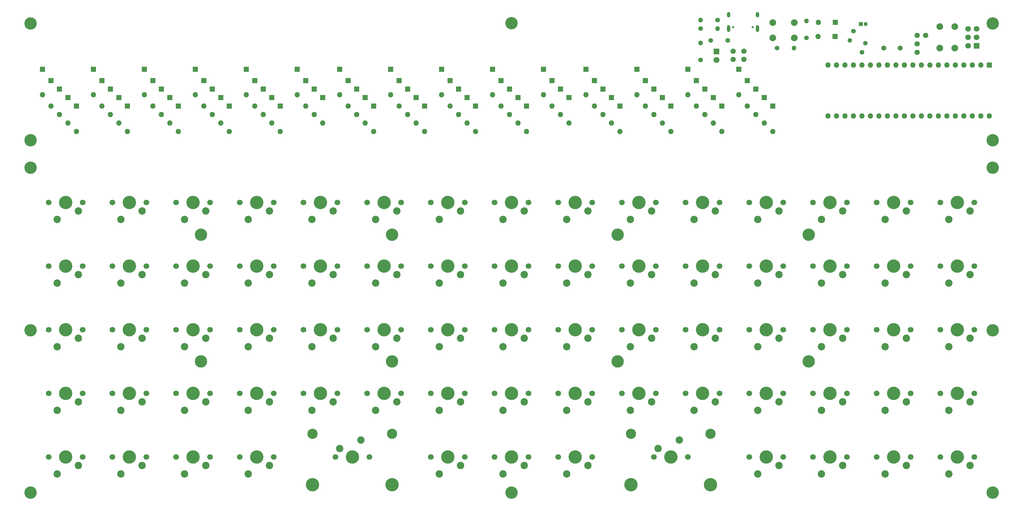
<source format=gbr>
G04 #@! TF.GenerationSoftware,KiCad,Pcbnew,(5.1.6)-1*
G04 #@! TF.CreationDate,2021-02-01T10:29:45-05:00*
G04 #@! TF.ProjectId,keyboard,6b657962-6f61-4726-942e-6b696361645f,rev?*
G04 #@! TF.SameCoordinates,Original*
G04 #@! TF.FileFunction,Soldermask,Bot*
G04 #@! TF.FilePolarity,Negative*
%FSLAX46Y46*%
G04 Gerber Fmt 4.6, Leading zero omitted, Abs format (unit mm)*
G04 Created by KiCad (PCBNEW (5.1.6)-1) date 2021-02-01 10:29:45*
%MOMM*%
%LPD*%
G01*
G04 APERTURE LIST*
%ADD10C,1.700000*%
%ADD11R,1.700000X1.700000*%
%ADD12C,2.000000*%
%ADD13C,3.700000*%
%ADD14C,0.650000*%
%ADD15O,1.000000X1.600000*%
%ADD16O,1.000000X2.100000*%
%ADD17C,4.000000*%
%ADD18C,2.200000*%
%ADD19C,3.050000*%
%ADD20C,1.600000*%
%ADD21R,1.600000X1.600000*%
%ADD22O,1.600000X1.600000*%
%ADD23C,1.400000*%
%ADD24O,1.400000X1.400000*%
%ADD25C,1.500000*%
%ADD26C,1.200000*%
%ADD27R,1.200000X1.200000*%
%ADD28R,1.800000X1.800000*%
%ADD29C,1.800000*%
G04 APERTURE END LIST*
D10*
X302265700Y-25925200D03*
X304805700Y-25925200D03*
X302265700Y-28465200D03*
X304805700Y-28465200D03*
X302265700Y-31005200D03*
D11*
X304805700Y-31005200D03*
D12*
X293835700Y-25265200D03*
X298335700Y-25265200D03*
X293835700Y-31765200D03*
X298335700Y-31765200D03*
D13*
X254634999Y-125565200D03*
X254634999Y-87565200D03*
X72834999Y-125565200D03*
X72834999Y-87570000D03*
X197484999Y-125570000D03*
X197484999Y-87570000D03*
X129984999Y-125565200D03*
X129984999Y-87570000D03*
X165734999Y-164820000D03*
X165735000Y-24315200D03*
X309610000Y-116197600D03*
X21860000Y-116192600D03*
D14*
X237825700Y-25420200D03*
X232045700Y-25420200D03*
D15*
X230615700Y-21740200D03*
X239255700Y-21740200D03*
D16*
X230615700Y-25920200D03*
X239255700Y-25920200D03*
D13*
X309610000Y-67565200D03*
X21860000Y-67565200D03*
X21860000Y-59320000D03*
X309610000Y-59330000D03*
X309610000Y-24330000D03*
X309610000Y-164830000D03*
X21860000Y-164820000D03*
X21860000Y-24320000D03*
D10*
X141605000Y-77978000D03*
X151765000Y-77978000D03*
D17*
X146685000Y-77978000D03*
D18*
X150495000Y-80518000D03*
X144145000Y-83058000D03*
D10*
X198755000Y-97028000D03*
X208915000Y-97028000D03*
D17*
X203835000Y-97028000D03*
D18*
X207645000Y-99568000D03*
X201295000Y-102108000D03*
X163195000Y-83058000D03*
X169545000Y-80518000D03*
D17*
X165735000Y-77978000D03*
D10*
X170815000Y-77978000D03*
X160655000Y-77978000D03*
D18*
X67945000Y-140208000D03*
X74295000Y-137668000D03*
D17*
X70485000Y-135128000D03*
D10*
X75565000Y-135128000D03*
X65405000Y-135128000D03*
X46355000Y-135128000D03*
X56515000Y-135128000D03*
D17*
X51435000Y-135128000D03*
D18*
X55245000Y-137668000D03*
X48895000Y-140208000D03*
X67945000Y-102108000D03*
X74295000Y-99568000D03*
D17*
X70485000Y-97028000D03*
D10*
X75565000Y-97028000D03*
X65405000Y-97028000D03*
D18*
X48895000Y-159258000D03*
X55245000Y-156718000D03*
D17*
X51435000Y-154178000D03*
D10*
X56515000Y-154178000D03*
X46355000Y-154178000D03*
D18*
X106045000Y-140208000D03*
X112395000Y-137668000D03*
D17*
X108585000Y-135128000D03*
D10*
X113665000Y-135128000D03*
X103505000Y-135128000D03*
X255905000Y-116078000D03*
X266065000Y-116078000D03*
D17*
X260985000Y-116078000D03*
D18*
X264795000Y-118618000D03*
X258445000Y-121158000D03*
X220345000Y-140208000D03*
X226695000Y-137668000D03*
D17*
X222885000Y-135128000D03*
D10*
X227965000Y-135128000D03*
X217805000Y-135128000D03*
D18*
X182245000Y-102108000D03*
X188595000Y-99568000D03*
D17*
X184785000Y-97028000D03*
D10*
X189865000Y-97028000D03*
X179705000Y-97028000D03*
X217805000Y-116078000D03*
X227965000Y-116078000D03*
D17*
X222885000Y-116078000D03*
D18*
X226695000Y-118618000D03*
X220345000Y-121158000D03*
X239395000Y-121158000D03*
X245745000Y-118618000D03*
D17*
X241935000Y-116078000D03*
D10*
X247015000Y-116078000D03*
X236855000Y-116078000D03*
X198755000Y-135128000D03*
X208915000Y-135128000D03*
D17*
X203835000Y-135128000D03*
D18*
X207645000Y-137668000D03*
X201295000Y-140208000D03*
D10*
X255905000Y-97028000D03*
X266065000Y-97028000D03*
D17*
X260985000Y-97028000D03*
D18*
X264795000Y-99568000D03*
X258445000Y-102108000D03*
X277495000Y-102108000D03*
X283845000Y-99568000D03*
D17*
X280035000Y-97028000D03*
D10*
X285115000Y-97028000D03*
X274955000Y-97028000D03*
X179705000Y-135128000D03*
X189865000Y-135128000D03*
D17*
X184785000Y-135128000D03*
D18*
X188595000Y-137668000D03*
X182245000Y-140208000D03*
D10*
X179705000Y-116078000D03*
X189865000Y-116078000D03*
D17*
X184785000Y-116078000D03*
D18*
X188595000Y-118618000D03*
X182245000Y-121158000D03*
D10*
X46355000Y-97028000D03*
X56515000Y-97028000D03*
D17*
X51435000Y-97028000D03*
D18*
X55245000Y-99568000D03*
X48895000Y-102108000D03*
X106045000Y-102108000D03*
X112395000Y-99568000D03*
D17*
X108585000Y-97028000D03*
D10*
X113665000Y-97028000D03*
X103505000Y-97028000D03*
D18*
X67945000Y-121158000D03*
X74295000Y-118618000D03*
D17*
X70485000Y-116078000D03*
D10*
X75565000Y-116078000D03*
X65405000Y-116078000D03*
D18*
X277495000Y-121158000D03*
X283845000Y-118618000D03*
D17*
X280035000Y-116078000D03*
D10*
X285115000Y-116078000D03*
X274955000Y-116078000D03*
X255905000Y-154178000D03*
X266065000Y-154178000D03*
D17*
X260985000Y-154178000D03*
D18*
X264795000Y-156718000D03*
X258445000Y-159258000D03*
X296545000Y-121158000D03*
X302895000Y-118618000D03*
D17*
X299085000Y-116078000D03*
D10*
X304165000Y-116078000D03*
X294005000Y-116078000D03*
X294005000Y-154178000D03*
X304165000Y-154178000D03*
D17*
X299085000Y-154178000D03*
D18*
X302895000Y-156718000D03*
X296545000Y-159258000D03*
D10*
X294005000Y-97028000D03*
X304165000Y-97028000D03*
D17*
X299085000Y-97028000D03*
D18*
X302895000Y-99568000D03*
X296545000Y-102108000D03*
X296545000Y-140208000D03*
X302895000Y-137668000D03*
D17*
X299085000Y-135128000D03*
D10*
X304165000Y-135128000D03*
X294005000Y-135128000D03*
D18*
X277495000Y-159258000D03*
X283845000Y-156718000D03*
D17*
X280035000Y-154178000D03*
D10*
X285115000Y-154178000D03*
X274955000Y-154178000D03*
D18*
X29845000Y-140208000D03*
X36195000Y-137668000D03*
D17*
X32385000Y-135128000D03*
D10*
X37465000Y-135128000D03*
X27305000Y-135128000D03*
X274955000Y-135128000D03*
X285115000Y-135128000D03*
D17*
X280035000Y-135128000D03*
D18*
X283845000Y-137668000D03*
X277495000Y-140208000D03*
D19*
X225260000Y-147180000D03*
X201460000Y-147180000D03*
D17*
X201460000Y-162420000D03*
X225260000Y-162420000D03*
D10*
X218440000Y-154180000D03*
X208280000Y-154180000D03*
D17*
X213360000Y-154180000D03*
D18*
X209550000Y-151640000D03*
X215900000Y-149100000D03*
X29845000Y-102108000D03*
X36195000Y-99568000D03*
D17*
X32385000Y-97028000D03*
D10*
X37465000Y-97028000D03*
X27305000Y-97028000D03*
D18*
X120650000Y-149100000D03*
X114300000Y-151640000D03*
D17*
X118110000Y-154180000D03*
D10*
X113030000Y-154180000D03*
X123190000Y-154180000D03*
D17*
X130010000Y-162420000D03*
X106210000Y-162420000D03*
D19*
X106210000Y-147180000D03*
X130010000Y-147180000D03*
D10*
X217805000Y-97028000D03*
X227965000Y-97028000D03*
D17*
X222885000Y-97028000D03*
D18*
X226695000Y-99568000D03*
X220345000Y-102108000D03*
D10*
X122555000Y-97028000D03*
X132715000Y-97028000D03*
D17*
X127635000Y-97028000D03*
D18*
X131445000Y-99568000D03*
X125095000Y-102108000D03*
X29845000Y-83058000D03*
X36195000Y-80518000D03*
D17*
X32385000Y-77978000D03*
D10*
X37465000Y-77978000D03*
X27305000Y-77978000D03*
X122555000Y-116078000D03*
X132715000Y-116078000D03*
D17*
X127635000Y-116078000D03*
D18*
X131445000Y-118618000D03*
X125095000Y-121158000D03*
D10*
X103505000Y-116078000D03*
X113665000Y-116078000D03*
D17*
X108585000Y-116078000D03*
D18*
X112395000Y-118618000D03*
X106045000Y-121158000D03*
X86995000Y-159258000D03*
X93345000Y-156718000D03*
D17*
X89535000Y-154178000D03*
D10*
X94615000Y-154178000D03*
X84455000Y-154178000D03*
D18*
X144145000Y-140208000D03*
X150495000Y-137668000D03*
D17*
X146685000Y-135128000D03*
D10*
X151765000Y-135128000D03*
X141605000Y-135128000D03*
X179705000Y-77978000D03*
X189865000Y-77978000D03*
D17*
X184785000Y-77978000D03*
D18*
X188595000Y-80518000D03*
X182245000Y-83058000D03*
X239395000Y-159258000D03*
X245745000Y-156718000D03*
D17*
X241935000Y-154178000D03*
D10*
X247015000Y-154178000D03*
X236855000Y-154178000D03*
D18*
X201295000Y-121158000D03*
X207645000Y-118618000D03*
D17*
X203835000Y-116078000D03*
D10*
X208915000Y-116078000D03*
X198755000Y-116078000D03*
X141605000Y-116078000D03*
X151765000Y-116078000D03*
D17*
X146685000Y-116078000D03*
D18*
X150495000Y-118618000D03*
X144145000Y-121158000D03*
X239395000Y-102108000D03*
X245745000Y-99568000D03*
D17*
X241935000Y-97028000D03*
D10*
X247015000Y-97028000D03*
X236855000Y-97028000D03*
X46355000Y-116078000D03*
X56515000Y-116078000D03*
D17*
X51435000Y-116078000D03*
D18*
X55245000Y-118618000D03*
X48895000Y-121158000D03*
X67945000Y-159258000D03*
X74295000Y-156718000D03*
D17*
X70485000Y-154178000D03*
D10*
X75565000Y-154178000D03*
X65405000Y-154178000D03*
X294005000Y-77978000D03*
X304165000Y-77978000D03*
D17*
X299085000Y-77978000D03*
D18*
X302895000Y-80518000D03*
X296545000Y-83058000D03*
D10*
X160655000Y-97028000D03*
X170815000Y-97028000D03*
D17*
X165735000Y-97028000D03*
D18*
X169545000Y-99568000D03*
X163195000Y-102108000D03*
D10*
X84455000Y-135128000D03*
X94615000Y-135128000D03*
D17*
X89535000Y-135128000D03*
D18*
X93345000Y-137668000D03*
X86995000Y-140208000D03*
X48895000Y-83058000D03*
X55245000Y-80518000D03*
D17*
X51435000Y-77978000D03*
D10*
X56515000Y-77978000D03*
X46355000Y-77978000D03*
D18*
X125095000Y-83058000D03*
X131445000Y-80518000D03*
D17*
X127635000Y-77978000D03*
D10*
X132715000Y-77978000D03*
X122555000Y-77978000D03*
X255905000Y-77978000D03*
X266065000Y-77978000D03*
D17*
X260985000Y-77978000D03*
D18*
X264795000Y-80518000D03*
X258445000Y-83058000D03*
X163195000Y-159258000D03*
X169545000Y-156718000D03*
D17*
X165735000Y-154178000D03*
D10*
X170815000Y-154178000D03*
X160655000Y-154178000D03*
X160655000Y-135128000D03*
X170815000Y-135128000D03*
D17*
X165735000Y-135128000D03*
D18*
X169545000Y-137668000D03*
X163195000Y-140208000D03*
X29845000Y-121158000D03*
X36195000Y-118618000D03*
D17*
X32385000Y-116078000D03*
D10*
X37465000Y-116078000D03*
X27305000Y-116078000D03*
D18*
X144145000Y-102108000D03*
X150495000Y-99568000D03*
D17*
X146685000Y-97028000D03*
D10*
X151765000Y-97028000D03*
X141605000Y-97028000D03*
X236855000Y-135128000D03*
X247015000Y-135128000D03*
D17*
X241935000Y-135128000D03*
D18*
X245745000Y-137668000D03*
X239395000Y-140208000D03*
D10*
X27305000Y-154178000D03*
X37465000Y-154178000D03*
D17*
X32385000Y-154178000D03*
D18*
X36195000Y-156718000D03*
X29845000Y-159258000D03*
D10*
X84455000Y-116078000D03*
X94615000Y-116078000D03*
D17*
X89535000Y-116078000D03*
D18*
X93345000Y-118618000D03*
X86995000Y-121158000D03*
X163195000Y-121158000D03*
X169545000Y-118618000D03*
D17*
X165735000Y-116078000D03*
D10*
X170815000Y-116078000D03*
X160655000Y-116078000D03*
D18*
X258445000Y-140208000D03*
X264795000Y-137668000D03*
D17*
X260985000Y-135128000D03*
D10*
X266065000Y-135128000D03*
X255905000Y-135128000D03*
X122555000Y-135128000D03*
X132715000Y-135128000D03*
D17*
X127635000Y-135128000D03*
D18*
X131445000Y-137668000D03*
X125095000Y-140208000D03*
D10*
X103505000Y-77978000D03*
X113665000Y-77978000D03*
D17*
X108585000Y-77978000D03*
D18*
X112395000Y-80518000D03*
X106045000Y-83058000D03*
D10*
X198755000Y-77978000D03*
X208915000Y-77978000D03*
D17*
X203835000Y-77978000D03*
D18*
X207645000Y-80518000D03*
X201295000Y-83058000D03*
X277495000Y-83058000D03*
X283845000Y-80518000D03*
D17*
X280035000Y-77978000D03*
D10*
X285115000Y-77978000D03*
X274955000Y-77978000D03*
D18*
X86995000Y-83058000D03*
X93345000Y-80518000D03*
D17*
X89535000Y-77978000D03*
D10*
X94615000Y-77978000D03*
X84455000Y-77978000D03*
X217805000Y-77978000D03*
X227965000Y-77978000D03*
D17*
X222885000Y-77978000D03*
D18*
X226695000Y-80518000D03*
X220345000Y-83058000D03*
X239395000Y-83058000D03*
X245745000Y-80518000D03*
D17*
X241935000Y-77978000D03*
D10*
X247015000Y-77978000D03*
X236855000Y-77978000D03*
X141605000Y-154178000D03*
X151765000Y-154178000D03*
D17*
X146685000Y-154178000D03*
D18*
X150495000Y-156718000D03*
X144145000Y-159258000D03*
D10*
X179705000Y-154178000D03*
X189865000Y-154178000D03*
D17*
X184785000Y-154178000D03*
D18*
X188595000Y-156718000D03*
X182245000Y-159258000D03*
D10*
X65405000Y-77978000D03*
X75565000Y-77978000D03*
D17*
X70485000Y-77978000D03*
D18*
X74295000Y-80518000D03*
X67945000Y-83058000D03*
X86995000Y-102108000D03*
X93345000Y-99568000D03*
D17*
X89535000Y-97028000D03*
D10*
X94615000Y-97028000D03*
X84455000Y-97028000D03*
D20*
X235191201Y-32650399D03*
X235191201Y-35150399D03*
X232041201Y-35150399D03*
X232041201Y-32650399D03*
X289560000Y-27940000D03*
X287060000Y-27940000D03*
X287020000Y-30480000D03*
X287020000Y-32980000D03*
D21*
X25400000Y-38100000D03*
D22*
X25400000Y-45720000D03*
X27940000Y-49098200D03*
D21*
X27940000Y-41478200D03*
X30480000Y-44018200D03*
D22*
X30480000Y-51638200D03*
D21*
X33020000Y-46558200D03*
D22*
X33020000Y-54178200D03*
D21*
X35560000Y-49098200D03*
D22*
X35560000Y-56718200D03*
X40640000Y-45720000D03*
D21*
X40640000Y-38100000D03*
D22*
X43180000Y-49098200D03*
D21*
X43180000Y-41478200D03*
X45720000Y-44018200D03*
D22*
X45720000Y-51638200D03*
X48260000Y-54178200D03*
D21*
X48260000Y-46558200D03*
X50800000Y-49098200D03*
D22*
X50800000Y-56718200D03*
X55880000Y-45720000D03*
D21*
X55880000Y-38100000D03*
X58420000Y-41478200D03*
D22*
X58420000Y-49098200D03*
X60960000Y-51638200D03*
D21*
X60960000Y-44018200D03*
X63500000Y-46558200D03*
D22*
X63500000Y-54178200D03*
X66040000Y-56718200D03*
D21*
X66040000Y-49098200D03*
X71120000Y-38100000D03*
D22*
X71120000Y-45720000D03*
X73660000Y-49098200D03*
D21*
X73660000Y-41478200D03*
X76200000Y-44018200D03*
D22*
X76200000Y-51638200D03*
X78740000Y-54178200D03*
D21*
X78740000Y-46558200D03*
X81280000Y-49098200D03*
D22*
X81280000Y-56718200D03*
D21*
X86360000Y-38100000D03*
D22*
X86360000Y-45720000D03*
D21*
X88900000Y-41478200D03*
D22*
X88900000Y-49098200D03*
X91440000Y-51638200D03*
D21*
X91440000Y-44018200D03*
X93980000Y-46558200D03*
D22*
X93980000Y-54178200D03*
X101600000Y-45720000D03*
D21*
X101600000Y-38100000D03*
X104140000Y-41478200D03*
D22*
X104140000Y-49098200D03*
D21*
X106680000Y-44018200D03*
D22*
X106680000Y-51638200D03*
X109220000Y-54178200D03*
D21*
X109220000Y-46558200D03*
D22*
X96520000Y-56718200D03*
D21*
X96520000Y-49098200D03*
X114300000Y-38100000D03*
D22*
X114300000Y-45720000D03*
X116840000Y-49098200D03*
D21*
X116840000Y-41478200D03*
D22*
X119380000Y-51638200D03*
D21*
X119380000Y-44018200D03*
X121920000Y-46558200D03*
D22*
X121920000Y-54178200D03*
D21*
X124460000Y-49098200D03*
D22*
X124460000Y-56718200D03*
X129540000Y-45720000D03*
D21*
X129540000Y-38100000D03*
X132080000Y-41478200D03*
D22*
X132080000Y-49098200D03*
D21*
X134620000Y-44018200D03*
D22*
X134620000Y-51638200D03*
X137160000Y-54178200D03*
D21*
X137160000Y-46558200D03*
D22*
X139700000Y-56718200D03*
D21*
X139700000Y-49098200D03*
X144780000Y-38100000D03*
D22*
X144780000Y-45720000D03*
X147320000Y-49098200D03*
D21*
X147320000Y-41478200D03*
D22*
X149860000Y-51638200D03*
D21*
X149860000Y-44018200D03*
X152400000Y-46558200D03*
D22*
X152400000Y-54178200D03*
D21*
X154940000Y-49098200D03*
D22*
X154940000Y-56718200D03*
D21*
X160020000Y-38100000D03*
D22*
X160020000Y-45720000D03*
X162560000Y-49098200D03*
D21*
X162560000Y-41478200D03*
D22*
X165100000Y-51638200D03*
D21*
X165100000Y-44018200D03*
X167640000Y-46558200D03*
D22*
X167640000Y-54178200D03*
D21*
X175260000Y-38100000D03*
D22*
X175260000Y-45720000D03*
X177800000Y-49098200D03*
D21*
X177800000Y-41478200D03*
X180340000Y-44018200D03*
D22*
X180340000Y-51638200D03*
X182880000Y-54178200D03*
D21*
X182880000Y-46558200D03*
X170180000Y-49098200D03*
D22*
X170180000Y-56718200D03*
X187960000Y-45720000D03*
D21*
X187960000Y-38100000D03*
X190500000Y-41478200D03*
D22*
X190500000Y-49098200D03*
X193040000Y-51638200D03*
D21*
X193040000Y-44018200D03*
X195580000Y-46558200D03*
D22*
X195580000Y-54178200D03*
D21*
X198120000Y-49098200D03*
D22*
X198120000Y-56718200D03*
D21*
X203200000Y-38100000D03*
D22*
X203200000Y-45720000D03*
X205740000Y-49098200D03*
D21*
X205740000Y-41478200D03*
X208280000Y-44018200D03*
D22*
X208280000Y-51638200D03*
X210820000Y-54178200D03*
D21*
X210820000Y-46558200D03*
D22*
X213360000Y-56718200D03*
D21*
X213360000Y-49098200D03*
D22*
X218440000Y-45720000D03*
D21*
X218440000Y-38100000D03*
X220980000Y-41478200D03*
D22*
X220980000Y-49098200D03*
X223520000Y-51638200D03*
D21*
X223520000Y-44018200D03*
X226060000Y-46558200D03*
D22*
X226060000Y-54178200D03*
D21*
X228600000Y-49098200D03*
D22*
X228600000Y-56718200D03*
D21*
X233680000Y-38100000D03*
D22*
X233680000Y-45720000D03*
X236220000Y-49098200D03*
D21*
X236220000Y-41478200D03*
X238760000Y-44018200D03*
D22*
X238760000Y-51638200D03*
X241300000Y-54178200D03*
D21*
X241300000Y-46558200D03*
D22*
X243840000Y-56718200D03*
D21*
X243840000Y-49098200D03*
D23*
X222270000Y-25920000D03*
D24*
X227350000Y-25920000D03*
X222270000Y-23380000D03*
D23*
X227350000Y-23380000D03*
X245110000Y-31750000D03*
D24*
X250190000Y-31750000D03*
D23*
X267970000Y-26670000D03*
G36*
G01*
X271067127Y-29767127D02*
X271067127Y-29767127D01*
G75*
G02*
X272057077Y-29767127I494975J-494975D01*
G01*
X272057077Y-29767127D01*
G75*
G02*
X272057077Y-30757077I-494975J-494975D01*
G01*
X272057077Y-30757077D01*
G75*
G02*
X271067127Y-30757077I-494975J494975D01*
G01*
X271067127Y-30757077D01*
G75*
G02*
X271067127Y-29767127I494975J494975D01*
G01*
G37*
G36*
G01*
X267412873Y-29922873D02*
X267412873Y-29922873D01*
G75*
G02*
X266422923Y-29922873I-494975J494975D01*
G01*
X266422923Y-29922873D01*
G75*
G02*
X266422923Y-28932923I494975J494975D01*
G01*
X266422923Y-28932923D01*
G75*
G02*
X267412873Y-28932923I494975J-494975D01*
G01*
X267412873Y-28932923D01*
G75*
G02*
X267412873Y-29922873I-494975J-494975D01*
G01*
G37*
X270510000Y-33020000D03*
D12*
X243840000Y-28640000D03*
X243840000Y-24140000D03*
X250340000Y-28640000D03*
X250340000Y-24140000D03*
D21*
X308610000Y-36830000D03*
D22*
X260350000Y-52070000D03*
X306070000Y-36830000D03*
X262890000Y-52070000D03*
X303530000Y-36830000D03*
X265430000Y-52070000D03*
X300990000Y-36830000D03*
X267970000Y-52070000D03*
X298450000Y-36830000D03*
X270510000Y-52070000D03*
X295910000Y-36830000D03*
X273050000Y-52070000D03*
X293370000Y-36830000D03*
X275590000Y-52070000D03*
X290830000Y-36830000D03*
X278130000Y-52070000D03*
X288290000Y-36830000D03*
X280670000Y-52070000D03*
X285750000Y-36830000D03*
X283210000Y-52070000D03*
X283210000Y-36830000D03*
X285750000Y-52070000D03*
X280670000Y-36830000D03*
X288290000Y-52070000D03*
X278130000Y-36830000D03*
X290830000Y-52070000D03*
X275590000Y-36830000D03*
X293370000Y-52070000D03*
X273050000Y-36830000D03*
X295910000Y-52070000D03*
X270510000Y-36830000D03*
X298450000Y-52070000D03*
X267970000Y-36830000D03*
X300990000Y-52070000D03*
X265430000Y-36830000D03*
X303530000Y-52070000D03*
X262890000Y-36830000D03*
X306070000Y-52070000D03*
X260350000Y-36830000D03*
X308610000Y-52070000D03*
D25*
X281940000Y-31750000D03*
X277060000Y-31750000D03*
D26*
X271670000Y-24520000D03*
D27*
X270170000Y-24520000D03*
D22*
X257500000Y-24000000D03*
D21*
X262580000Y-24000000D03*
X262520000Y-28240000D03*
D22*
X257440000Y-28240000D03*
D28*
X227040000Y-32740000D03*
D29*
X227040000Y-35280000D03*
D23*
X230390000Y-29480000D03*
X225290000Y-29480000D03*
X222310000Y-35310000D03*
D24*
X222310000Y-30230000D03*
D23*
X253935700Y-28665200D03*
D24*
X253935700Y-23585200D03*
M02*

</source>
